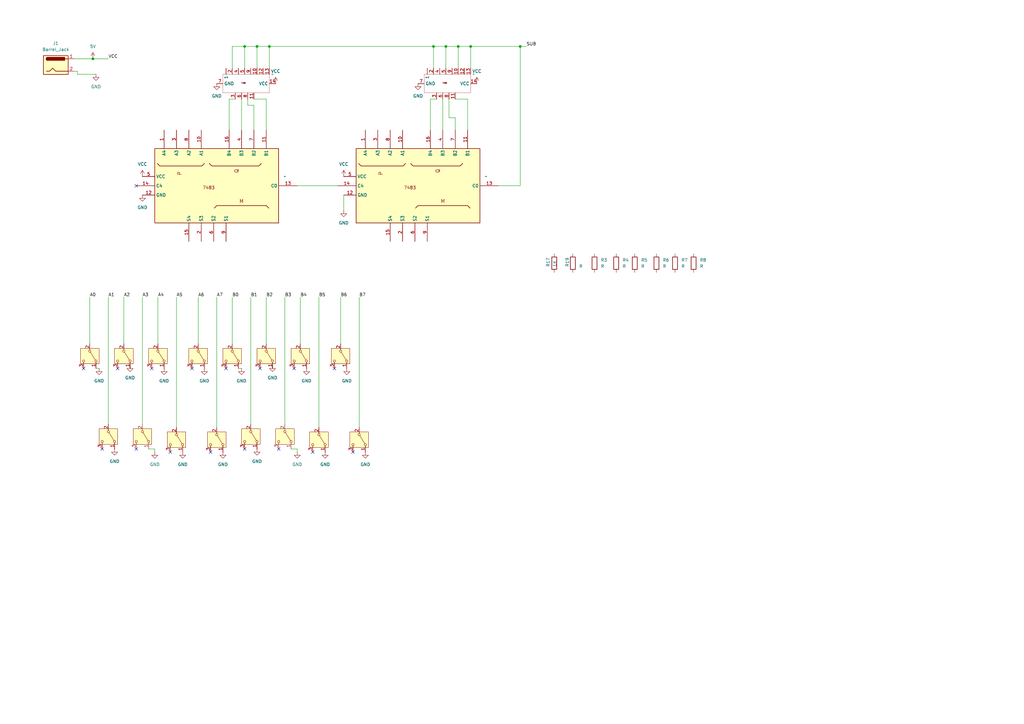
<source format=kicad_sch>
(kicad_sch (version 20250114) (generator "eeschema") (generator_version "9.0")
  (paper "A3")
  (lib_symbols
    (symbol "Connector:Barrel_Jack" (pin_names (offset 1.016))
      (property "Reference" "J" (at 0 5.334 0))
      (property "Value" "Barrel_Jack" (at 0 -5.08 0))
      (symbol "Barrel_Jack_0_1"
        (rectangle (start -5.08 3.81) (end 5.08 -3.81) (stroke (width 0.254)) (fill (type background)))
        (polyline (pts (xy -3.81 -2.54) (xy -2.54 -2.54) (xy -1.27 -1.27) (xy 0 -2.54) (xy 2.54 -2.54) (xy 5.08 -2.54)) (stroke (width 0.254)))
        (arc (start -3.302 1.905) (mid -3.9343 2.54) (end -3.302 3.175) (stroke (width 0.254)))
        (arc (start -3.302 1.905) (mid -3.9343 2.54) (end -3.302 3.175) (stroke (width 0.254)) (fill (type outline)))
        (rectangle (start 3.683 3.175) (end -3.302 1.905) (stroke (width 0.254)) (fill (type outline)))
        (polyline (pts (xy 5.08 2.54) (xy 3.81 2.54)) (stroke (width 0.254)))
      )
      (symbol "Barrel_Jack_1_1"
        (pin passive line (at 7.62 2.54 180) (length 2.54) (name "~") (number "1"))
        (pin passive line (at 7.62 -2.54 180) (length 2.54) (name "~") (number "2"))
      )
    )
    (symbol "Device:R" (pin_numbers (hide yes)) (pin_names (offset 0))
      (property "Reference" "R" (at 2.032 0 90))
      (property "Value" "R" (at 0 0 90))
      (symbol "R_0_1"
        (rectangle (start -1.016 -2.54) (end 1.016 2.54) (stroke (width 0.254)))
      )
      (symbol "R_1_1"
        (pin passive line (at 0 3.81 270) (length 1.27) (name "~") (number "1"))
        (pin passive line (at 0 -3.81 90) (length 1.27) (name "~") (number "2"))
      )
    )
    (symbol "ICs:7483"
      (symbol "7483_0_0"
        (polyline (pts (xy -21.844 14.224) (xy -20.828 13.208) (xy -3.556 13.208) (xy -2.54 14.224) (xy -2.54 14.224)) (stroke (width 0.254)) (fill (type background)))
        (polyline (pts (xy 20.828 14.224) (xy 19.812 13.208) (xy 0.508 13.208) (xy -0.508 14.224) (xy -0.508 14.224)) (stroke (width 0.254)) (fill (type background)))
        (polyline (pts (xy 23.876 -4.064) (xy 22.86 -3.048) (xy 2.54 -3.048) (xy 1.524 -4.064) (xy 1.524 -4.064)) (stroke (width 0.254)) (fill (type background)))
        (rectangle (start 27.94 20.32) (end -22.86 -10.16) (stroke (width 0.254)) (fill (type background)))
        (text "P" (at -12.7 10.16 900) (effects (font (size 1.524 1.524))))
        (text "Q" (at 10.668 11.176 900) (effects (font (size 1.524 1.524))))
        (text "M" (at 12.7 -1.27 0) (effects (font (size 1.524 1.524))))
        (pin power_in line (at -27.94 8.89 0) (length 5.08) (name "VCC") (number "5"))
        (pin power_in line (at -27.94 1.27 0) (length 5.08) (name "GND") (number "12"))
      )
      (symbol "7483_1_1"
        (text "7483" (at -0.762 4.318 0) (effects (font (size 1.27 1.27))))
        (pin output line (at -30.48 5.08 0) (length 7.62) (name "C4") (number "14"))
        (pin input line (at -19.05 27.94 270) (length 7.62) (name "A4") (number "1"))
        (pin input line (at -13.97 27.94 270) (length 7.62) (name "A3") (number "3"))
        (pin input line (at -8.89 27.94 270) (length 7.62) (name "A2") (number "8"))
        (pin output line (at -8.89 -17.78 90) (length 7.62) (name "S4") (number "15"))
        (pin input line (at -3.81 27.94 270) (length 7.62) (name "A1") (number "10"))
        (pin output line (at -3.81 -17.78 90) (length 7.62) (name "S3") (number "2"))
        (pin output line (at 1.27 -17.78 90) (length 7.62) (name "S2") (number "6"))
        (pin output line (at 6.35 -17.78 90) (length 7.62) (name "S1") (number "9"))
        (pin input line (at 7.62 27.94 270) (length 7.62) (name "B4") (number "16"))
        (pin input line (at 12.7 27.94 270) (length 7.62) (name "B3") (number "4"))
        (pin input line (at 17.78 27.94 270) (length 7.62) (name "B2") (number "7"))
        (pin input line (at 22.86 27.94 270) (length 7.62) (name "B1") (number "11"))
        (pin input line (at 35.56 5.08 180) (length 7.62) (name "C0") (number "13"))
      )
    )
    (symbol "ICs:7486"
      (symbol "7486_1_1"
        (rectangle (start -7.62 3.81) (end 11.43 -3.81) (stroke (width 0.001)))
        (text "7486" (at 0.762 0.254 0) (effects (font (size 0.5 0.5))))
        (pin input line (at -10.16 0 0) (length 2.54) (name "GND") (number "7"))
        (pin input line (at -6.35 6.35 270) (length 2.54) (name "1") (number ""))
        (pin input line (at -3.81 6.35 270) (length 2.54) (name "") (number "2"))
        (pin output line (at -2.54 -6.35 90) (length 2.54) (name "") (number "3"))
        (pin input line (at -1.27 6.35 270) (length 2.54) (name "") (number "4"))
        (pin output line (at 0 -6.35 90) (length 2.54) (name "") (number "6"))
        (pin input line (at 1.27 6.35 270) (length 2.54) (name "") (number "5"))
        (pin output line (at 2.54 -6.35 90) (length 2.54) (name "") (number "8"))
        (pin input line (at 3.81 6.35 270) (length 2.54) (name "") (number "9"))
        (pin output line (at 5.08 -6.35 90) (length 2.54) (name "") (number "11"))
        (pin input line (at 6.35 6.35 270) (length 2.54) (name "") (number "10"))
        (pin input line (at 8.89 6.35 270) (length 2.54) (name "") (number "12"))
        (pin input line (at 11.43 6.35 270) (length 2.54) (name "") (number "13"))
        (pin input line (at 13.97 0 180) (length 2.54) (name "VCC") (number "14"))
      )
    )
    (symbol "Switch:SW_SPDT" (pin_names (offset 0) (hide yes))
      (property "Reference" "SW" (at 0 5.08 0))
      (property "Value" "SW_SPDT" (at 0 -5.08 0))
      (symbol "SW_SPDT_0_1"
        (circle (center -2.032 0) (radius 0.4572))
        (polyline (pts (xy -1.651 0.254) (xy 1.651 2.286)))
        (circle (center 2.032 2.54) (radius 0.4572))
        (circle (center 2.032 -2.54) (radius 0.4572))
      )
      (symbol "SW_SPDT_1_1"
        (rectangle (start -3.175 3.81) (end 3.175 -3.81) (fill (type background)))
        (pin passive line (at -5.08 0 0) (length 2.54) (name "B") (number "2"))
        (pin passive line (at 5.08 2.54 180) (length 2.54) (name "A") (number "1"))
        (pin passive line (at 5.08 -2.54 180) (length 2.54) (name "C") (number "3"))
      )
    )
    (symbol "power:GND" (power) (pin_numbers (hide yes)) (pin_names (offset 0) (hide yes))
      (property "Value" "GND" (at 0 -3.81 0))
      (symbol "GND_0_1"
        (polyline (pts (xy 0 0) (xy 0 -1.27) (xy 1.27 -1.27) (xy 0 -2.54) (xy -1.27 -1.27) (xy 0 -1.27)))
      )
      (symbol "GND_1_1"
        (pin power_in line (at 0 0 270) (length 0) (name "~") (number "1"))
      )
    )
    (symbol "power:VCC" (power) (pin_numbers (hide yes)) (pin_names (offset 0) (hide yes))
      (property "Value" "VCC" (at 0 3.556 0))
      (symbol "VCC_0_1"
        (polyline (pts (xy -0.762 1.27) (xy 0 2.54)))
        (polyline (pts (xy 0 2.54) (xy 0.762 1.27)))
        (polyline (pts (xy 0 0) (xy 0 2.54)))
      )
      (symbol "VCC_1_1"
        (pin power_in line (at 0 0 90) (length 0) (name "~") (number "1"))
      )
    )
  )
  (junction (at 100.33 19.05))
  (junction (at 177.8 19.05))
  (junction (at 38.1 24.13))
  (junction (at 193.04 19.05))
  (junction (at 182.88 19.05))
  (junction (at 105.41 19.05))
  (junction (at 187.96 19.05))
  (junction (at 110.49 19.05))
  (junction (at 213.36 19.05))
  (no_connect (at 55.88 184.15))
  (no_connect (at 144.78 185.42))
  (no_connect (at 86.36 185.42))
  (no_connect (at 34.29 151.13))
  (no_connect (at 48.26 151.13))
  (no_connect (at 128.27 185.42))
  (no_connect (at 69.85 185.42))
  (no_connect (at 78.74 151.13))
  (no_connect (at 100.33 184.15))
  (no_connect (at 137.16 151.13))
  (no_connect (at 106.68 151.13))
  (no_connect (at 41.91 184.15))
  (no_connect (at 55.88 76.2))
  (no_connect (at 114.3 184.15))
  (no_connect (at 62.23 151.13))
  (no_connect (at 120.65 151.13))
  (no_connect (at 92.71 151.13))
  (wire (pts (xy 121.92 76.2) (xy 138.43 76.2)))
  (wire (pts (xy 95.25 121.92) (xy 95.25 140.97)))
  (wire (pts (xy 104.14 43.18) (xy 101.6 43.18)))
  (wire (pts (xy 213.36 76.2) (xy 213.36 19.05)))
  (wire (pts (xy 139.7 121.92) (xy 139.7 140.97)))
  (wire (pts (xy 186.69 53.34) (xy 186.69 48.26)))
  (wire (pts (xy 64.77 121.92) (xy 64.77 140.97)))
  (wire (pts (xy 100.33 19.05) (xy 95.25 19.05)))
  (wire (pts (xy 184.15 48.26) (xy 184.15 40.64)))
  (wire (pts (xy 181.61 40.64) (xy 181.61 53.34)))
  (wire (pts (xy 38.1 24.13) (xy 44.45 24.13)))
  (wire (pts (xy 72.39 121.92) (xy 72.39 175.26)))
  (wire (pts (xy 50.8 121.92) (xy 50.8 140.97)))
  (wire (pts (xy 44.45 121.92) (xy 44.45 173.99)))
  (wire (pts (xy 204.47 76.2) (xy 213.36 76.2)))
  (wire (pts (xy 109.22 40.64) (xy 109.22 53.34)))
  (wire (pts (xy 182.88 19.05) (xy 182.88 27.94)))
  (wire (pts (xy 105.41 19.05) (xy 105.41 27.94)))
  (wire (pts (xy 213.36 19.05) (xy 193.04 19.05)))
  (wire (pts (xy 123.19 121.92) (xy 123.19 140.97)))
  (wire (pts (xy 88.9 121.92) (xy 88.9 175.26)))
  (wire (pts (xy 58.42 121.92) (xy 58.42 173.99)))
  (wire (pts (xy 109.22 121.92) (xy 109.22 140.97)))
  (wire (pts (xy 193.04 19.05) (xy 187.96 19.05)))
  (wire (pts (xy 104.14 40.64) (xy 109.22 40.64)))
  (wire (pts (xy 213.36 19.05) (xy 215.9 19.05)))
  (wire (pts (xy 31.75 29.21) (xy 31.75 30.48)))
  (wire (pts (xy 63.5 184.15) (xy 63.5 185.42)))
  (wire (pts (xy 36.83 121.92) (xy 36.83 140.97)))
  (wire (pts (xy 110.49 19.05) (xy 110.49 27.94)))
  (wire (pts (xy 191.77 40.64) (xy 186.69 40.64)))
  (wire (pts (xy 191.77 53.34) (xy 191.77 40.64)))
  (wire (pts (xy 102.87 121.92) (xy 102.87 173.99)))
  (wire (pts (xy 30.48 29.21) (xy 31.75 29.21)))
  (wire (pts (xy 60.96 184.15) (xy 63.5 184.15)))
  (wire (pts (xy 177.8 19.05) (xy 177.8 27.94)))
  (wire (pts (xy 176.53 53.34) (xy 176.53 40.64)))
  (wire (pts (xy 121.92 184.15) (xy 121.92 185.42)))
  (wire (pts (xy 99.06 40.64) (xy 99.06 53.34)))
  (wire (pts (xy 176.53 40.64) (xy 179.07 40.64)))
  (wire (pts (xy 187.96 19.05) (xy 182.88 19.05)))
  (wire (pts (xy 186.69 48.26) (xy 184.15 48.26)))
  (wire (pts (xy 111.76 151.13) (xy 111.76 149.86)))
  (wire (pts (xy 97.79 151.13) (xy 99.06 151.13)))
  (wire (pts (xy 31.75 30.48) (xy 39.37 30.48)))
  (wire (pts (xy 100.33 19.05) (xy 100.33 27.94)))
  (wire (pts (xy 104.14 53.34) (xy 104.14 43.18)))
  (wire (pts (xy 116.84 121.92) (xy 116.84 173.99)))
  (wire (pts (xy 93.98 40.64) (xy 96.52 40.64)))
  (wire (pts (xy 177.8 19.05) (xy 110.49 19.05)))
  (wire (pts (xy 53.34 151.13) (xy 53.34 149.86)))
  (wire (pts (xy 95.25 19.05) (xy 95.25 27.94)))
  (wire (pts (xy 81.28 121.92) (xy 81.28 140.97)))
  (wire (pts (xy 101.6 43.18) (xy 101.6 40.64)))
  (wire (pts (xy 193.04 19.05) (xy 193.04 27.94)))
  (wire (pts (xy 119.38 184.15) (xy 121.92 184.15)))
  (wire (pts (xy 147.32 121.92) (xy 147.32 175.26)))
  (wire (pts (xy 105.41 19.05) (xy 100.33 19.05)))
  (wire (pts (xy 93.98 53.34) (xy 93.98 40.64)))
  (wire (pts (xy 187.96 19.05) (xy 187.96 27.94)))
  (wire (pts (xy 39.37 151.13) (xy 40.64 151.13)))
  (wire (pts (xy 182.88 19.05) (xy 177.8 19.05)))
  (wire (pts (xy 140.97 80.01) (xy 140.97 86.36)))
  (wire (pts (xy 30.48 24.13) (xy 38.1 24.13)))
  (wire (pts (xy 130.81 121.92) (xy 130.81 175.26)))
  (wire (pts (xy 110.49 19.05) (xy 105.41 19.05)))
  (label "A0" (at 36.83 121.92 0))
  (label "A7" (at 88.9 121.92 0))
  (label "A6" (at 81.28 121.92 0))
  (label "B2" (at 109.22 121.92 0))
  (label "A4" (at 64.77 121.92 0))
  (label "B5" (at 130.81 121.92 0))
  (label "A2" (at 50.8 121.92 0))
  (label "SUB" (at 215.9 19.05 0))
  (label "B1" (at 102.87 121.92 0))
  (label "A1" (at 44.45 121.92 0))
  (label "VCC" (at 44.45 24.13 0))
  (label "B0" (at 95.25 121.92 0))
  (label "B3" (at 116.84 121.92 0))
  (label "A5" (at 72.39 121.92 0))
  (label "B7" (at 147.32 121.92 0))
  (label "B6" (at 139.7 121.92 0))
  (label "A3" (at 58.42 121.92 0))
  (label "B4" (at 123.19 121.92 0))
  (symbol (lib_id "ICs:7483") (at 168.91 81.28 0) (unit 1)
    (property "Reference" "U1" (effects (hide yes)))
    (property "Value" "~" (at 199.39 72.3198 0))
  )
  (symbol (lib_id "power:GND") (at 149.86 185.42 0) (unit 1)
    (property "Reference" "#PWR026" (effects (hide yes)))
    (property "Value" "GND" (at 149.86 190.5 0))
    (property "Description" "Power symbol creates a global label with name \"GND\" , ground" (effects (hide yes)))
  )
  (symbol (lib_id "Switch:SW_SPDT") (at 58.42 179.07 270) (unit 1)
    (property "Reference" "SW6" (effects (hide yes)))
    (property "Value" "SW_SPDT" (effects (hide yes)))
    (property "Description" "Switch, single pole double throw" (effects (hide yes)))
  )
  (symbol (lib_id "power:GND") (at 63.5 185.42 0) (unit 1)
    (property "Reference" "#PWR012" (effects (hide yes)))
    (property "Value" "GND" (at 63.5 190.5 0))
    (property "Description" "Power symbol creates a global label with name \"GND\" , ground" (effects (hide yes)))
  )
  (symbol (lib_id "ICs:7486") (at 99.06 34.29 0) (unit 1)
    (property "Reference" "U2" (effects (hide yes)))
    (property "Value" "~" (at 111.76 30.4098 0))
  )
  (symbol (lib_id "power:GND") (at 133.35 185.42 0) (unit 1)
    (property "Reference" "#PWR022" (effects (hide yes)))
    (property "Value" "GND" (at 133.35 190.5 0))
    (property "Description" "Power symbol creates a global label with name \"GND\" , ground" (effects (hide yes)))
  )
  (symbol (lib_id "power:GND") (at 58.42 80.01 0) (unit 1)
    (property "Reference" "#PWR01" (effects (hide yes)))
    (property "Value" "GND" (at 58.42 85.09 0))
    (property "Description" "Power symbol creates a global label with name \"GND\" , ground" (effects (hide yes)))
  )
  (symbol (lib_id "ICs:7483") (at 86.36 81.28 0) (unit 1)
    (property "Reference" "U4" (effects (hide yes)))
    (property "Value" "~" (at 116.84 72.3198 0))
  )
  (symbol (lib_id "power:GND") (at 142.24 151.13 0) (unit 1)
    (property "Reference" "#PWR025" (effects (hide yes)))
    (property "Value" "GND" (at 142.24 156.21 0))
    (property "Description" "Power symbol creates a global label with name \"GND\" , ground" (effects (hide yes)))
  )
  (symbol (lib_id "Switch:SW_SPDT") (at 116.84 179.07 270) (unit 1)
    (property "Reference" "SW11" (effects (hide yes)))
    (property "Value" "SW_SPDT" (effects (hide yes)))
    (property "Description" "Switch, single pole double throw" (effects (hide yes)))
  )
  (symbol (lib_id "power:GND") (at 67.31 151.13 0) (unit 1)
    (property "Reference" "#PWR021" (effects (hide yes)))
    (property "Value" "GND" (at 67.31 156.21 0))
    (property "Description" "Power symbol creates a global label with name \"GND\" , ground" (effects (hide yes)))
  )
  (symbol (lib_id "power:VCC") (at 113.03 34.29 0) (unit 1)
    (property "Reference" "#PWR06" (effects (hide yes)))
    (property "Value" "VCC" (at 113.03 29.21 0))
    (property "Description" "Power symbol creates a global label with name \"VCC\"" (effects (hide yes)))
  )
  (symbol (lib_id "power:VCC") (at 38.1 24.13 0) (unit 1)
    (property "Reference" "#PWR09" (effects (hide yes)))
    (property "Value" "5V" (at 38.1 19.05 0))
    (property "Description" "Power symbol creates a global label with name \"VCC\"" (effects (hide yes)))
  )
  (symbol (lib_id "power:GND") (at 105.41 184.15 0) (unit 1)
    (property "Reference" "#PWR014" (effects (hide yes)))
    (property "Value" "GND" (at 105.41 189.23 0))
    (property "Description" "Power symbol creates a global label with name \"GND\" , ground" (effects (hide yes)))
  )
  (symbol (lib_id "power:GND") (at 88.9 34.29 0) (unit 1)
    (property "Reference" "#PWR07" (effects (hide yes)))
    (property "Value" "GND" (at 88.9 39.37 0))
    (property "Description" "Power symbol creates a global label with name \"GND\" , ground" (effects (hide yes)))
  )
  (symbol (lib_id "power:GND") (at 74.93 185.42 0) (unit 1)
    (property "Reference" "#PWR015" (effects (hide yes)))
    (property "Value" "GND" (at 74.93 190.5 0))
    (property "Description" "Power symbol creates a global label with name \"GND\" , ground" (effects (hide yes)))
  )
  (symbol (lib_id "Switch:SW_SPDT") (at 109.22 146.05 270) (unit 1)
    (property "Reference" "SW10" (effects (hide yes)))
    (property "Value" "SW_SPDT" (effects (hide yes)))
    (property "Description" "Switch, single pole double throw" (effects (hide yes)))
  )
  (symbol (lib_id "Device:R") (at 227.33 107.95 0) (unit 1)
    (property "Reference" "R17" (at 224.79 109.474 90) (effects (justify left)))
    (property "Value" "1K" (at 227.584 109.474 90) (effects (justify left)))
    (property "Description" "Resistor" (effects (hide yes)))
  )
  (symbol (lib_id "Switch:SW_SPDT") (at 147.32 180.34 270) (unit 1)
    (property "Reference" "SW16" (effects (hide yes)))
    (property "Value" "SW_SPDT" (effects (hide yes)))
    (property "Description" "Switch, single pole double throw" (effects (hide yes)))
  )
  (symbol (lib_id "Switch:SW_SPDT") (at 50.8 146.05 270) (unit 1)
    (property "Reference" "SW8" (effects (hide yes)))
    (property "Value" "SW_SPDT" (effects (hide yes)))
    (property "Description" "Switch, single pole double throw" (effects (hide yes)))
  )
  (symbol (lib_id "Switch:SW_SPDT") (at 130.81 180.34 270) (unit 1)
    (property "Reference" "SW14" (effects (hide yes)))
    (property "Value" "SW_SPDT" (effects (hide yes)))
    (property "Description" "Switch, single pole double throw" (effects (hide yes)))
  )
  (symbol (lib_id "power:VCC") (at 140.97 72.39 0) (unit 1)
    (property "Reference" "#PWR03" (effects (hide yes)))
    (property "Value" "VCC" (at 140.97 67.31 0))
    (property "Description" "Power symbol creates a global label with name \"VCC\"" (effects (hide yes)))
  )
  (symbol (lib_id "power:GND") (at 91.44 185.42 0) (unit 1)
    (property "Reference" "#PWR024" (effects (hide yes)))
    (property "Value" "GND" (at 91.44 190.5 0))
    (property "Description" "Power symbol creates a global label with name \"GND\" , ground" (effects (hide yes)))
  )
  (symbol (lib_id "power:GND") (at 83.82 151.13 0) (unit 1)
    (property "Reference" "#PWR023" (effects (hide yes)))
    (property "Value" "GND" (at 83.82 156.21 0))
    (property "Description" "Power symbol creates a global label with name \"GND\" , ground" (effects (hide yes)))
  )
  (symbol (lib_id "power:GND") (at 125.73 151.13 0) (unit 1)
    (property "Reference" "#PWR018" (effects (hide yes)))
    (property "Value" "GND" (at 125.73 156.21 0))
    (property "Description" "Power symbol creates a global label with name \"GND\" , ground" (effects (hide yes)))
  )
  (symbol (lib_id "Switch:SW_SPDT") (at 95.25 146.05 270) (unit 1)
    (property "Reference" "SW1" (effects (hide yes)))
    (property "Value" "SW_SPDT" (effects (hide yes)))
    (property "Description" "Switch, single pole double throw" (effects (hide yes)))
  )
  (symbol (lib_id "power:GND") (at 121.92 185.42 0) (unit 1)
    (property "Reference" "#PWR017" (effects (hide yes)))
    (property "Value" "GND" (at 121.92 190.5 0))
    (property "Description" "Power symbol creates a global label with name \"GND\" , ground" (effects (hide yes)))
  )
  (symbol (lib_id "power:VCC") (at 58.42 72.39 0) (unit 1)
    (property "Reference" "#PWR04" (effects (hide yes)))
    (property "Value" "VCC" (at 58.42 67.31 0))
    (property "Description" "Power symbol creates a global label with name \"VCC\"" (effects (hide yes)))
  )
  (symbol (lib_id "power:GND") (at 171.45 34.29 0) (unit 1)
    (property "Reference" "#PWR08" (effects (hide yes)))
    (property "Value" "GND" (at 171.45 39.37 0))
    (property "Description" "Power symbol creates a global label with name \"GND\" , ground" (effects (hide yes)))
  )
  (symbol (lib_id "power:GND") (at 111.76 149.86 0) (unit 1)
    (property "Reference" "#PWR016" (effects (hide yes)))
    (property "Value" "GND" (at 111.76 154.94 0))
    (property "Description" "Power symbol creates a global label with name \"GND\" , ground" (effects (hide yes)))
  )
  (symbol (lib_id "power:GND") (at 46.99 184.15 0) (unit 1)
    (property "Reference" "#PWR011" (effects (hide yes)))
    (property "Value" "GND" (at 46.99 189.23 0))
    (property "Description" "Power symbol creates a global label with name \"GND\" , ground" (effects (hide yes)))
  )
  (symbol (lib_id "Device:R") (at 276.86 107.95 0) (unit 1)
    (property "Reference" "R7" (at 279.4 106.6799 0) (effects (justify left)))
    (property "Value" "R" (at 279.4 109.2199 0) (effects (justify left)))
    (property "Description" "Resistor" (effects (hide yes)))
  )
  (symbol (lib_id "Switch:SW_SPDT") (at 64.77 146.05 270) (unit 1)
    (property "Reference" "SW7" (effects (hide yes)))
    (property "Value" "SW_SPDT" (effects (hide yes)))
    (property "Description" "Switch, single pole double throw" (effects (hide yes)))
  )
  (symbol (lib_id "Switch:SW_SPDT") (at 36.83 146.05 270) (unit 1)
    (property "Reference" "SW12" (effects (hide yes)))
    (property "Value" "SW_SPDT" (effects (hide yes)))
    (property "Description" "Switch, single pole double throw" (effects (hide yes)))
  )
  (symbol (lib_id "Switch:SW_SPDT") (at 139.7 146.05 270) (unit 1)
    (property "Reference" "SW15" (effects (hide yes)))
    (property "Value" "SW_SPDT" (effects (hide yes)))
    (property "Description" "Switch, single pole double throw" (effects (hide yes)))
  )
  (symbol (lib_id "power:GND") (at 39.37 30.48 0) (unit 1)
    (property "Reference" "#PWR010" (effects (hide yes)))
    (property "Value" "GND" (at 39.37 35.56 0))
    (property "Description" "Power symbol creates a global label with name \"GND\" , ground" (effects (hide yes)))
  )
  (symbol (lib_id "Switch:SW_SPDT") (at 102.87 179.07 270) (unit 1)
    (property "Reference" "SW5" (effects (hide yes)))
    (property "Value" "SW_SPDT" (effects (hide yes)))
    (property "Description" "Switch, single pole double throw" (effects (hide yes)))
  )
  (symbol (lib_id "Device:R") (at 252.73 107.95 0) (unit 1)
    (property "Reference" "R4" (at 255.27 106.6799 0) (effects (justify left)))
    (property "Value" "R" (at 255.27 109.2199 0) (effects (justify left)))
    (property "Description" "Resistor" (effects (hide yes)))
  )
  (symbol (lib_id "Device:R") (at 234.95 107.95 0) (unit 1)
    (property "Reference" "R19" (at 232.664 109.474 90) (effects (justify left)))
    (property "Value" "R" (at 237.49 109.2199 0) (effects (justify left)))
    (property "Description" "Resistor" (effects (hide yes)))
  )
  (symbol (lib_id "Switch:SW_SPDT") (at 88.9 180.34 270) (unit 1)
    (property "Reference" "SW4" (effects (hide yes)))
    (property "Value" "SW_SPDT" (effects (hide yes)))
    (property "Description" "Switch, single pole double throw" (effects (hide yes)))
  )
  (symbol (lib_id "power:GND") (at 99.06 151.13 0) (unit 1)
    (property "Reference" "#PWR013" (effects (hide yes)))
    (property "Value" "GND" (at 99.06 156.21 0))
    (property "Description" "Power symbol creates a global label with name \"GND\" , ground" (effects (hide yes)))
  )
  (symbol (lib_id "Switch:SW_SPDT") (at 81.28 146.05 270) (unit 1)
    (property "Reference" "SW2" (effects (hide yes)))
    (property "Value" "SW_SPDT" (effects (hide yes)))
    (property "Description" "Switch, single pole double throw" (effects (hide yes)))
  )
  (symbol (lib_id "Device:R") (at 243.84 107.95 0) (unit 1)
    (property "Reference" "R3" (at 246.38 106.6799 0) (effects (justify left)))
    (property "Value" "R" (at 246.38 109.2199 0) (effects (justify left)))
    (property "Description" "Resistor" (effects (hide yes)))
  )
  (symbol (lib_id "ICs:7486") (at 181.61 34.29 0) (unit 1)
    (property "Reference" "U3" (effects (hide yes)))
    (property "Value" "~" (at 194.31 30.4098 0))
  )
  (symbol (lib_id "Switch:SW_SPDT") (at 72.39 180.34 270) (unit 1)
    (property "Reference" "SW3" (effects (hide yes)))
    (property "Value" "SW_SPDT" (effects (hide yes)))
    (property "Description" "Switch, single pole double throw" (effects (hide yes)))
  )
  (symbol (lib_id "power:GND") (at 140.97 86.36 0) (unit 1)
    (property "Reference" "#PWR02" (effects (hide yes)))
    (property "Value" "GND" (at 140.97 91.44 0))
    (property "Description" "Power symbol creates a global label with name \"GND\" , ground" (effects (hide yes)))
  )
  (symbol (lib_id "Switch:SW_SPDT") (at 44.45 179.07 270) (unit 1)
    (property "Reference" "SW9" (effects (hide yes)))
    (property "Value" "SW_SPDT" (effects (hide yes)))
    (property "Description" "Switch, single pole double throw" (effects (hide yes)))
  )
  (symbol (lib_id "power:GND") (at 40.64 151.13 0) (unit 1)
    (property "Reference" "#PWR019" (effects (hide yes)))
    (property "Value" "GND" (at 40.64 156.21 0))
    (property "Description" "Power symbol creates a global label with name \"GND\" , ground" (effects (hide yes)))
  )
  (symbol (lib_id "Device:R") (at 284.48 107.95 0) (unit 1)
    (property "Reference" "R8" (at 287.02 106.6799 0) (effects (justify left)))
    (property "Value" "R" (at 287.02 109.2199 0) (effects (justify left)))
    (property "Description" "Resistor" (effects (hide yes)))
  )
  (symbol (lib_id "power:VCC") (at 195.58 34.29 0) (unit 1)
    (property "Reference" "#PWR05" (effects (hide yes)))
    (property "Value" "VCC" (at 195.58 29.21 0))
    (property "Description" "Power symbol creates a global label with name \"VCC\"" (effects (hide yes)))
  )
  (symbol (lib_id "Device:R") (at 260.35 107.95 0) (unit 1)
    (property "Reference" "R5" (at 262.89 106.6799 0) (effects (justify left)))
    (property "Value" "R" (at 262.89 109.2199 0) (effects (justify left)))
    (property "Description" "Resistor" (effects (hide yes)))
  )
  (symbol (lib_id "Device:R") (at 269.24 107.95 0) (unit 1)
    (property "Reference" "R6" (at 271.78 106.6799 0) (effects (justify left)))
    (property "Value" "R" (at 271.78 109.2199 0) (effects (justify left)))
    (property "Description" "Resistor" (effects (hide yes)))
  )
  (symbol (lib_id "Connector:Barrel_Jack") (at 22.86 26.67 0) (unit 1)
    (property "Reference" "J1" (at 22.86 17.78 0))
    (property "Value" "Barrel_Jack" (at 22.86 20.32 0))
    (property "Description" "DC Barrel Jack" (effects (hide yes)))
  )
  (symbol (lib_id "power:GND") (at 53.34 149.86 0) (unit 1)
    (property "Reference" "#PWR020" (effects (hide yes)))
    (property "Value" "GND" (at 53.34 154.94 0))
    (property "Description" "Power symbol creates a global label with name \"GND\" , ground" (effects (hide yes)))
  )
  (symbol (lib_id "Switch:SW_SPDT") (at 123.19 146.05 270) (unit 1)
    (property "Reference" "SW13" (effects (hide yes)))
    (property "Value" "SW_SPDT" (effects (hide yes)))
    (property "Description" "Switch, single pole double throw" (effects (hide yes)))
  )
)
</source>
